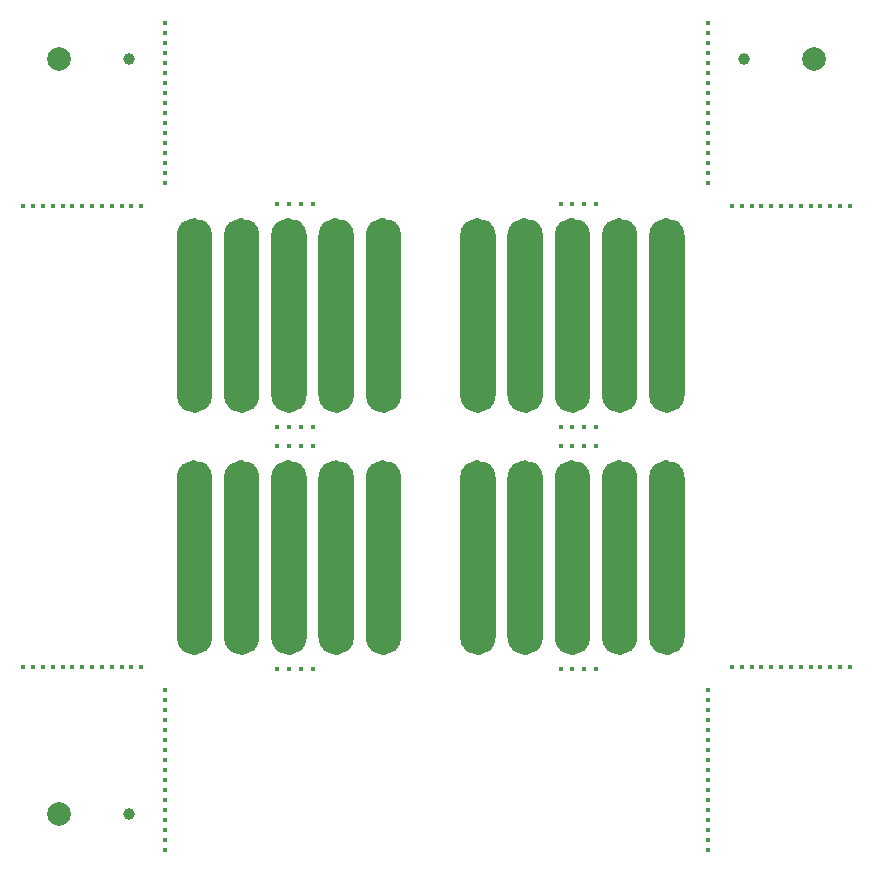
<source format=gbr>
%TF.GenerationSoftware,KiCad,Pcbnew,7.0.2-6a45011f42~172~ubuntu22.04.1*%
%TF.CreationDate,2023-05-08T22:23:16+01:00*%
%TF.ProjectId,panel,70616e65-6c2e-46b6-9963-61645f706362,rev?*%
%TF.SameCoordinates,Original*%
%TF.FileFunction,Soldermask,Bot*%
%TF.FilePolarity,Negative*%
%FSLAX46Y46*%
G04 Gerber Fmt 4.6, Leading zero omitted, Abs format (unit mm)*
G04 Created by KiCad (PCBNEW 7.0.2-6a45011f42~172~ubuntu22.04.1) date 2023-05-08 22:23:16*
%MOMM*%
%LPD*%
G01*
G04 APERTURE LIST*
%ADD10C,1.500000*%
%ADD11C,1.000000*%
%ADD12C,0.400000*%
%ADD13C,2.000000*%
G04 APERTURE END LIST*
D10*
X55250001Y-38500001D02*
G75*
G03*
X55250001Y-38500001I-750000J0D01*
G01*
X23250000Y-38500001D02*
G75*
G03*
X23250000Y-38500001I-750000J0D01*
G01*
G36*
X25000000Y-38500001D02*
G01*
X28000000Y-38500001D01*
X28000000Y-52000001D01*
X25000000Y-52000001D01*
X25000000Y-38500001D01*
G37*
X43250001Y-38500001D02*
G75*
G03*
X43250001Y-38500001I-750000J0D01*
G01*
G36*
X45000001Y-38500001D02*
G01*
X48000001Y-38500001D01*
X48000001Y-52000001D01*
X45000001Y-52000001D01*
X45000001Y-38500001D01*
G37*
G36*
X53000001Y-38500001D02*
G01*
X56000001Y-38500001D01*
X56000001Y-52000001D01*
X53000001Y-52000001D01*
X53000001Y-38500001D01*
G37*
X39250001Y-38500001D02*
G75*
G03*
X39250001Y-38500001I-750000J0D01*
G01*
X51250001Y-18000000D02*
G75*
G03*
X51250001Y-18000000I-750000J0D01*
G01*
G36*
X29000000Y-38500001D02*
G01*
X32000000Y-38500001D01*
X32000000Y-52000001D01*
X29000000Y-52000001D01*
X29000000Y-38500001D01*
G37*
X19250000Y-31500000D02*
G75*
G03*
X19250000Y-31500000I-750000J0D01*
G01*
X19250000Y-52000001D02*
G75*
G03*
X19250000Y-52000001I-750000J0D01*
G01*
X31250000Y-31500000D02*
G75*
G03*
X31250000Y-31500000I-750000J0D01*
G01*
G36*
X21000000Y-38500001D02*
G01*
X24000000Y-38500001D01*
X24000000Y-52000001D01*
X21000000Y-52000001D01*
X21000000Y-38500001D01*
G37*
G36*
X53000001Y-18000000D02*
G01*
X56000001Y-18000000D01*
X56000001Y-31500000D01*
X53000001Y-31500000D01*
X53000001Y-18000000D01*
G37*
X51250001Y-38500001D02*
G75*
G03*
X51250001Y-38500001I-750000J0D01*
G01*
G36*
X29000000Y-18000000D02*
G01*
X32000000Y-18000000D01*
X32000000Y-31500000D01*
X29000000Y-31500000D01*
X29000000Y-18000000D01*
G37*
X15250000Y-52000001D02*
G75*
G03*
X15250000Y-52000001I-750000J0D01*
G01*
X15250000Y-31500000D02*
G75*
G03*
X15250000Y-31500000I-750000J0D01*
G01*
G36*
X17000000Y-38500001D02*
G01*
X20000000Y-38500001D01*
X20000000Y-52000001D01*
X17000000Y-52000001D01*
X17000000Y-38500001D01*
G37*
X27250000Y-52000001D02*
G75*
G03*
X27250000Y-52000001I-750000J0D01*
G01*
X19250000Y-18000000D02*
G75*
G03*
X19250000Y-18000000I-750000J0D01*
G01*
X51250001Y-31500000D02*
G75*
G03*
X51250001Y-31500000I-750000J0D01*
G01*
X51250001Y-52000001D02*
G75*
G03*
X51250001Y-52000001I-750000J0D01*
G01*
G36*
X45000001Y-18000000D02*
G01*
X48000001Y-18000000D01*
X48000001Y-31500000D01*
X45000001Y-31500000D01*
X45000001Y-18000000D01*
G37*
G36*
X49000001Y-18000000D02*
G01*
X52000001Y-18000000D01*
X52000001Y-31500000D01*
X49000001Y-31500000D01*
X49000001Y-18000000D01*
G37*
X47250001Y-52000001D02*
G75*
G03*
X47250001Y-52000001I-750000J0D01*
G01*
G36*
X41000001Y-18000000D02*
G01*
X44000001Y-18000000D01*
X44000001Y-31500000D01*
X41000001Y-31500000D01*
X41000001Y-18000000D01*
G37*
X55250001Y-31500000D02*
G75*
G03*
X55250001Y-31500000I-750000J0D01*
G01*
X15250000Y-18000000D02*
G75*
G03*
X15250000Y-18000000I-750000J0D01*
G01*
X39250001Y-31500000D02*
G75*
G03*
X39250001Y-31500000I-750000J0D01*
G01*
X55250001Y-52000001D02*
G75*
G03*
X55250001Y-52000001I-750000J0D01*
G01*
X31250000Y-38500001D02*
G75*
G03*
X31250000Y-38500001I-750000J0D01*
G01*
G36*
X49000001Y-38500001D02*
G01*
X52000001Y-38500001D01*
X52000001Y-52000001D01*
X49000001Y-52000001D01*
X49000001Y-38500001D01*
G37*
X43250001Y-18000000D02*
G75*
G03*
X43250001Y-18000000I-750000J0D01*
G01*
G36*
X37000001Y-18000000D02*
G01*
X40000001Y-18000000D01*
X40000001Y-31500000D01*
X37000001Y-31500000D01*
X37000001Y-18000000D01*
G37*
G36*
X21000000Y-18000000D02*
G01*
X24000000Y-18000000D01*
X24000000Y-31500000D01*
X21000000Y-31500000D01*
X21000000Y-18000000D01*
G37*
G36*
X17000000Y-18000000D02*
G01*
X20000000Y-18000000D01*
X20000000Y-31500000D01*
X17000000Y-31500000D01*
X17000000Y-18000000D01*
G37*
G36*
X25000000Y-18000000D02*
G01*
X28000000Y-18000000D01*
X28000000Y-31500000D01*
X25000000Y-31500000D01*
X25000000Y-18000000D01*
G37*
X19250000Y-38500001D02*
G75*
G03*
X19250000Y-38500001I-750000J0D01*
G01*
X47250001Y-31500000D02*
G75*
G03*
X47250001Y-31500000I-750000J0D01*
G01*
X39250001Y-52000001D02*
G75*
G03*
X39250001Y-52000001I-750000J0D01*
G01*
X43250001Y-52000001D02*
G75*
G03*
X43250001Y-52000001I-750000J0D01*
G01*
X43250001Y-31500000D02*
G75*
G03*
X43250001Y-31500000I-750000J0D01*
G01*
X39250001Y-18000000D02*
G75*
G03*
X39250001Y-18000000I-750000J0D01*
G01*
X23250000Y-52000001D02*
G75*
G03*
X23250000Y-52000001I-750000J0D01*
G01*
X23250000Y-18000000D02*
G75*
G03*
X23250000Y-18000000I-750000J0D01*
G01*
X47250001Y-38500001D02*
G75*
G03*
X47250001Y-38500001I-750000J0D01*
G01*
G36*
X13000000Y-18000000D02*
G01*
X16000000Y-18000000D01*
X16000000Y-31500000D01*
X13000000Y-31500000D01*
X13000000Y-18000000D01*
G37*
G36*
X13000000Y-38500001D02*
G01*
X16000000Y-38500001D01*
X16000000Y-52000001D01*
X13000000Y-52000001D01*
X13000000Y-38500001D01*
G37*
G36*
X37000001Y-38500001D02*
G01*
X40000001Y-38500001D01*
X40000001Y-52000001D01*
X37000001Y-52000001D01*
X37000001Y-38500001D01*
G37*
X47250001Y-18000000D02*
G75*
G03*
X47250001Y-18000000I-750000J0D01*
G01*
X27250000Y-38500001D02*
G75*
G03*
X27250000Y-38500001I-750000J0D01*
G01*
X15250000Y-38500001D02*
G75*
G03*
X15250000Y-38500001I-750000J0D01*
G01*
X55250001Y-18000000D02*
G75*
G03*
X55250001Y-18000000I-750000J0D01*
G01*
G36*
X41000001Y-38500001D02*
G01*
X44000001Y-38500001D01*
X44000001Y-52000001D01*
X41000001Y-52000001D01*
X41000001Y-38500001D01*
G37*
X31250000Y-52000001D02*
G75*
G03*
X31250000Y-52000001I-750000J0D01*
G01*
X23250000Y-31500000D02*
G75*
G03*
X23250000Y-31500000I-750000J0D01*
G01*
X27250000Y-31500000D02*
G75*
G03*
X27250000Y-31500000I-750000J0D01*
G01*
X31250000Y-18000000D02*
G75*
G03*
X31250000Y-18000000I-750000J0D01*
G01*
X27250000Y-18000000D02*
G75*
G03*
X27250000Y-18000000I-750000J0D01*
G01*
D11*
%TO.C,REF\u002A\u002A*%
X61000000Y-3000000D03*
%TD*%
%TO.C,REF\u002A\u002A*%
X9000000Y-67000000D03*
%TD*%
%TO.C,REF\u002A\u002A*%
X9000000Y-3000000D03*
%TD*%
D12*
%TO.C,REF\u002A\u002A*%
X60000001Y-54500001D03*
%TD*%
%TO.C,REF\u002A\u002A*%
X6666666Y-54500001D03*
%TD*%
%TO.C,REF\u002A\u002A*%
X58000001Y-67468750D03*
%TD*%
%TO.C,REF\u002A\u002A*%
X45500000Y-15300000D03*
%TD*%
%TO.C,REF\u002A\u002A*%
X22500000Y-35800000D03*
%TD*%
%TO.C,REF\u002A\u002A*%
X65833333Y-15499999D03*
%TD*%
%TO.C,REF\u002A\u002A*%
X11999999Y-60718750D03*
%TD*%
%TO.C,REF\u002A\u002A*%
X8333333Y-54500001D03*
%TD*%
%TO.C,REF\u002A\u002A*%
X58000001Y-10125000D03*
%TD*%
%TO.C,REF\u002A\u002A*%
X3333333Y-15499999D03*
%TD*%
%TO.C,REF\u002A\u002A*%
X7500000Y-54500001D03*
%TD*%
%TO.C,REF\u002A\u002A*%
X58000001Y-4218750D03*
%TD*%
%TO.C,REF\u002A\u002A*%
X58000001Y-7593750D03*
%TD*%
%TO.C,REF\u002A\u002A*%
X69166666Y-54500001D03*
%TD*%
%TO.C,REF\u002A\u002A*%
X11999999Y-1687500D03*
%TD*%
%TO.C,REF\u002A\u002A*%
X11999999Y-13499999D03*
%TD*%
%TO.C,REF\u002A\u002A*%
X58000001Y-12656250D03*
%TD*%
%TO.C,REF\u002A\u002A*%
X11999999Y-9281250D03*
%TD*%
%TO.C,REF\u002A\u002A*%
X63333334Y-15499999D03*
%TD*%
%TO.C,REF\u002A\u002A*%
X58000001Y-64937500D03*
%TD*%
%TO.C,REF\u002A\u002A*%
X58000001Y-59875000D03*
%TD*%
%TO.C,REF\u002A\u002A*%
X11999999Y-59875000D03*
%TD*%
%TO.C,REF\u002A\u002A*%
X58000001Y-65781250D03*
%TD*%
%TO.C,REF\u002A\u002A*%
X68333333Y-15499999D03*
%TD*%
%TO.C,REF\u002A\u002A*%
X58000001Y-2531250D03*
%TD*%
%TO.C,REF\u002A\u002A*%
X58000001Y-10968750D03*
%TD*%
%TO.C,REF\u002A\u002A*%
X61666667Y-15499999D03*
%TD*%
%TO.C,REF\u002A\u002A*%
X11999999Y-5906250D03*
%TD*%
%TO.C,REF\u002A\u002A*%
X5833333Y-15499999D03*
%TD*%
%TO.C,REF\u002A\u002A*%
X58000001Y-58187500D03*
%TD*%
%TO.C,REF\u002A\u002A*%
X64166667Y-54500001D03*
%TD*%
%TO.C,REF\u002A\u002A*%
X11999999Y-59031250D03*
%TD*%
%TO.C,REF\u002A\u002A*%
X58000001Y-64093750D03*
%TD*%
%TO.C,REF\u002A\u002A*%
X46500000Y-54700001D03*
%TD*%
%TO.C,REF\u002A\u002A*%
X11999999Y-843750D03*
%TD*%
%TO.C,REF\u002A\u002A*%
X58000001Y-5062500D03*
%TD*%
%TO.C,REF\u002A\u002A*%
X0Y-54500001D03*
%TD*%
%TO.C,REF\u002A\u002A*%
X70000000Y-15499999D03*
%TD*%
%TO.C,REF\u002A\u002A*%
X58000001Y-70000000D03*
%TD*%
%TO.C,REF\u002A\u002A*%
X47500000Y-15300000D03*
%TD*%
%TO.C,REF\u002A\u002A*%
X65000000Y-54500001D03*
%TD*%
%TO.C,REF\u002A\u002A*%
X62500000Y-54500001D03*
%TD*%
%TO.C,REF\u002A\u002A*%
X21500000Y-35800000D03*
%TD*%
%TO.C,REF\u002A\u002A*%
X67500000Y-15499999D03*
%TD*%
%TO.C,REF\u002A\u002A*%
X58000001Y-8437500D03*
%TD*%
%TO.C,REF\u002A\u002A*%
X11999999Y-2531250D03*
%TD*%
%TO.C,REF\u002A\u002A*%
X24499999Y-35800000D03*
%TD*%
%TO.C,REF\u002A\u002A*%
X70000000Y-54500001D03*
%TD*%
%TO.C,REF\u002A\u002A*%
X47500000Y-35800000D03*
%TD*%
%TO.C,REF\u002A\u002A*%
X66666667Y-15499999D03*
%TD*%
%TO.C,REF\u002A\u002A*%
X58000001Y-11812500D03*
%TD*%
%TO.C,REF\u002A\u002A*%
X11999999Y-70000000D03*
%TD*%
%TO.C,REF\u002A\u002A*%
X58000001Y-6750000D03*
%TD*%
%TO.C,REF\u002A\u002A*%
X21500000Y-34200000D03*
%TD*%
%TO.C,REF\u002A\u002A*%
X5833333Y-54500001D03*
%TD*%
%TO.C,REF\u002A\u002A*%
X5000000Y-15499999D03*
%TD*%
%TO.C,REF\u002A\u002A*%
X21500000Y-15300000D03*
%TD*%
%TO.C,REF\u002A\u002A*%
X23499999Y-34200000D03*
%TD*%
%TO.C,REF\u002A\u002A*%
X11999999Y-5062500D03*
%TD*%
%TO.C,REF\u002A\u002A*%
X11999999Y-12656250D03*
%TD*%
%TO.C,REF\u002A\u002A*%
X11999999Y-8437500D03*
%TD*%
%TO.C,REF\u002A\u002A*%
X69166666Y-15499999D03*
%TD*%
%TO.C,REF\u002A\u002A*%
X7500000Y-15499999D03*
%TD*%
%TO.C,REF\u002A\u002A*%
X11999999Y-57343750D03*
%TD*%
%TO.C,REF\u002A\u002A*%
X2500000Y-15499999D03*
%TD*%
%TO.C,REF\u002A\u002A*%
X11999999Y-65781250D03*
%TD*%
%TO.C,REF\u002A\u002A*%
X68333333Y-54500001D03*
%TD*%
%TO.C,REF\u002A\u002A*%
X22500000Y-54700001D03*
%TD*%
%TO.C,REF\u002A\u002A*%
X23499999Y-15300000D03*
%TD*%
%TO.C,REF\u002A\u002A*%
X48500000Y-15300000D03*
%TD*%
%TO.C,REF\u002A\u002A*%
X58000001Y-3375000D03*
%TD*%
%TO.C,REF\u002A\u002A*%
X58000001Y-66625000D03*
%TD*%
%TO.C,REF\u002A\u002A*%
X8333333Y-15499999D03*
%TD*%
%TO.C,REF\u002A\u002A*%
X45500000Y-54700001D03*
%TD*%
%TO.C,REF\u002A\u002A*%
X11999999Y-11812500D03*
%TD*%
%TO.C,REF\u002A\u002A*%
X11999999Y-61562500D03*
%TD*%
%TO.C,REF\u002A\u002A*%
X9999999Y-15499999D03*
%TD*%
%TO.C,REF\u002A\u002A*%
X24499999Y-15300000D03*
%TD*%
%TO.C,REF\u002A\u002A*%
X1666667Y-15499999D03*
%TD*%
%TO.C,REF\u002A\u002A*%
X66666667Y-54500001D03*
%TD*%
%TO.C,REF\u002A\u002A*%
X60833334Y-15499999D03*
%TD*%
%TO.C,REF\u002A\u002A*%
X46500000Y-35800000D03*
%TD*%
%TO.C,REF\u002A\u002A*%
X9166666Y-15499999D03*
%TD*%
%TO.C,REF\u002A\u002A*%
X11999999Y0D03*
%TD*%
%TO.C,REF\u002A\u002A*%
X58000001Y-60718750D03*
%TD*%
%TO.C,REF\u002A\u002A*%
X23499999Y-35800000D03*
%TD*%
%TO.C,REF\u002A\u002A*%
X48500000Y-54700001D03*
%TD*%
%TO.C,REF\u002A\u002A*%
X62500000Y-15499999D03*
%TD*%
%TO.C,REF\u002A\u002A*%
X60833334Y-54500001D03*
%TD*%
%TO.C,REF\u002A\u002A*%
X833334Y-15499999D03*
%TD*%
%TO.C,REF\u002A\u002A*%
X58000001Y0D03*
%TD*%
%TO.C,REF\u002A\u002A*%
X23499999Y-54700001D03*
%TD*%
%TO.C,REF\u002A\u002A*%
X11999999Y-10968750D03*
%TD*%
%TO.C,REF\u002A\u002A*%
X58000001Y-5906250D03*
%TD*%
%TO.C,REF\u002A\u002A*%
X65000000Y-15499999D03*
%TD*%
%TO.C,REF\u002A\u002A*%
X22500000Y-15300000D03*
%TD*%
%TO.C,REF\u002A\u002A*%
X22500000Y-34200000D03*
%TD*%
%TO.C,REF\u002A\u002A*%
X58000001Y-61562500D03*
%TD*%
%TO.C,REF\u002A\u002A*%
X64166667Y-15499999D03*
%TD*%
%TO.C,REF\u002A\u002A*%
X11999999Y-4218750D03*
%TD*%
%TO.C,REF\u002A\u002A*%
X11999999Y-10125000D03*
%TD*%
%TO.C,REF\u002A\u002A*%
X11999999Y-67468750D03*
%TD*%
%TO.C,REF\u002A\u002A*%
X58000001Y-57343750D03*
%TD*%
%TO.C,REF\u002A\u002A*%
X833334Y-54500001D03*
%TD*%
%TO.C,REF\u002A\u002A*%
X58000001Y-843750D03*
%TD*%
%TO.C,REF\u002A\u002A*%
X2500000Y-54500001D03*
%TD*%
%TO.C,REF\u002A\u002A*%
X11999999Y-66625000D03*
%TD*%
D13*
%TO.C,REF\u002A\u002A*%
X67000000Y-3000000D03*
%TD*%
D12*
%TO.C,REF\u002A\u002A*%
X11999999Y-68312500D03*
%TD*%
%TO.C,REF\u002A\u002A*%
X58000001Y-59031250D03*
%TD*%
%TO.C,REF\u002A\u002A*%
X47500000Y-54700001D03*
%TD*%
%TO.C,REF\u002A\u002A*%
X45500000Y-35800000D03*
%TD*%
%TO.C,REF\u002A\u002A*%
X9999999Y-54500001D03*
%TD*%
%TO.C,REF\u002A\u002A*%
X11999999Y-62406250D03*
%TD*%
%TO.C,REF\u002A\u002A*%
X4166667Y-15499999D03*
%TD*%
%TO.C,REF\u002A\u002A*%
X24499999Y-54700001D03*
%TD*%
%TO.C,REF\u002A\u002A*%
X58000001Y-63250000D03*
%TD*%
%TO.C,REF\u002A\u002A*%
X46500000Y-34200000D03*
%TD*%
%TO.C,REF\u002A\u002A*%
X11999999Y-64093750D03*
%TD*%
%TO.C,REF\u002A\u002A*%
X11999999Y-7593750D03*
%TD*%
%TO.C,REF\u002A\u002A*%
X47500000Y-34200000D03*
%TD*%
%TO.C,REF\u002A\u002A*%
X11999999Y-3375000D03*
%TD*%
%TO.C,REF\u002A\u002A*%
X45500000Y-34200000D03*
%TD*%
%TO.C,REF\u002A\u002A*%
X60000001Y-15499999D03*
%TD*%
%TO.C,REF\u002A\u002A*%
X21500000Y-54700001D03*
%TD*%
%TO.C,REF\u002A\u002A*%
X5000000Y-54500001D03*
%TD*%
%TO.C,REF\u002A\u002A*%
X11999999Y-56500001D03*
%TD*%
%TO.C,REF\u002A\u002A*%
X61666667Y-54500001D03*
%TD*%
%TO.C,REF\u002A\u002A*%
X58000001Y-1687500D03*
%TD*%
%TO.C,REF\u002A\u002A*%
X11999999Y-58187500D03*
%TD*%
%TO.C,REF\u002A\u002A*%
X0Y-15499999D03*
%TD*%
%TO.C,REF\u002A\u002A*%
X58000001Y-68312500D03*
%TD*%
%TO.C,REF\u002A\u002A*%
X58000001Y-13499999D03*
%TD*%
D13*
%TO.C,REF\u002A\u002A*%
X3000000Y-3000000D03*
%TD*%
D12*
%TO.C,REF\u002A\u002A*%
X3333333Y-54500001D03*
%TD*%
%TO.C,REF\u002A\u002A*%
X11999999Y-69156250D03*
%TD*%
%TO.C,REF\u002A\u002A*%
X58000001Y-62406250D03*
%TD*%
%TO.C,REF\u002A\u002A*%
X9166666Y-54500001D03*
%TD*%
%TO.C,REF\u002A\u002A*%
X48500000Y-35800000D03*
%TD*%
%TO.C,REF\u002A\u002A*%
X58000001Y-56500001D03*
%TD*%
%TO.C,REF\u002A\u002A*%
X48500000Y-34200000D03*
%TD*%
%TO.C,REF\u002A\u002A*%
X24499999Y-34200000D03*
%TD*%
%TO.C,REF\u002A\u002A*%
X63333334Y-54500001D03*
%TD*%
%TO.C,REF\u002A\u002A*%
X11999999Y-63250000D03*
%TD*%
%TO.C,REF\u002A\u002A*%
X4166667Y-54500001D03*
%TD*%
%TO.C,REF\u002A\u002A*%
X58000001Y-69156250D03*
%TD*%
%TO.C,REF\u002A\u002A*%
X65833333Y-54500001D03*
%TD*%
D13*
%TO.C,REF\u002A\u002A*%
X3000000Y-67000000D03*
%TD*%
D12*
%TO.C,REF\u002A\u002A*%
X11999999Y-6750000D03*
%TD*%
%TO.C,REF\u002A\u002A*%
X1666667Y-54500001D03*
%TD*%
%TO.C,REF\u002A\u002A*%
X11999999Y-64937500D03*
%TD*%
%TO.C,REF\u002A\u002A*%
X46500000Y-15300000D03*
%TD*%
%TO.C,REF\u002A\u002A*%
X67500000Y-54500001D03*
%TD*%
%TO.C,REF\u002A\u002A*%
X58000001Y-9281250D03*
%TD*%
%TO.C,REF\u002A\u002A*%
X6666666Y-15499999D03*
%TD*%
M02*

</source>
